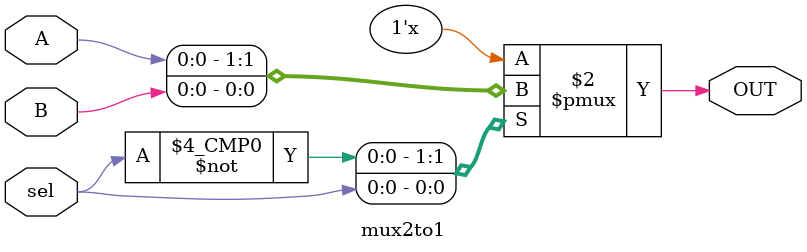
<source format=v>


module mux2to1(

input A,
input B,
input sel,
output reg OUT

);

always @(A or B or sel) 
	begin
		case(sel)
			1'b0 : OUT = A;
			1'b1 : OUT = B;
		endcase
	end

endmodule


</source>
